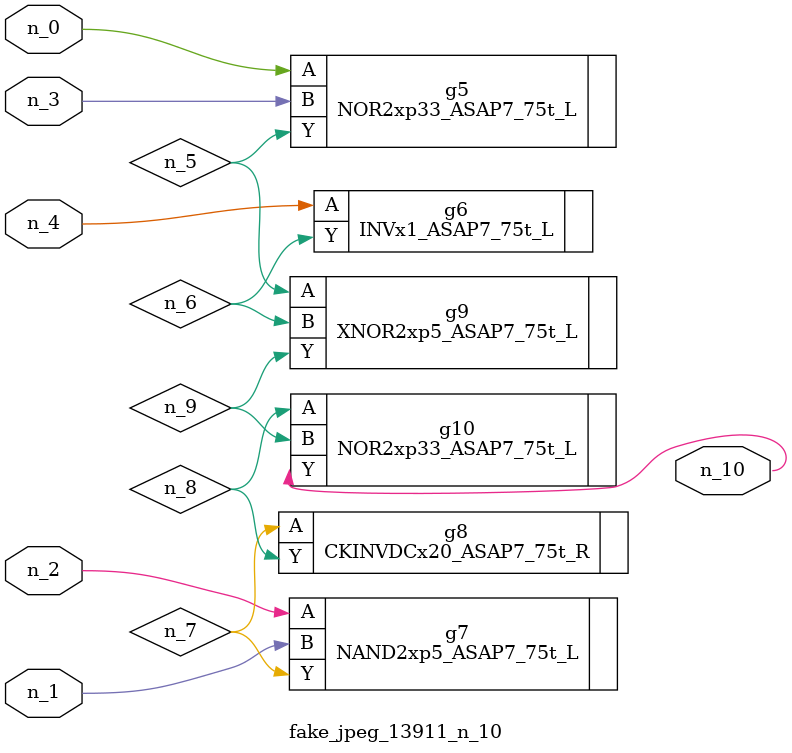
<source format=v>
module fake_jpeg_13911_n_10 (n_3, n_2, n_1, n_0, n_4, n_10);

input n_3;
input n_2;
input n_1;
input n_0;
input n_4;

output n_10;

wire n_8;
wire n_9;
wire n_6;
wire n_5;
wire n_7;

NOR2xp33_ASAP7_75t_L g5 ( 
.A(n_0),
.B(n_3),
.Y(n_5)
);

INVx1_ASAP7_75t_L g6 ( 
.A(n_4),
.Y(n_6)
);

NAND2xp5_ASAP7_75t_L g7 ( 
.A(n_2),
.B(n_1),
.Y(n_7)
);

CKINVDCx20_ASAP7_75t_R g8 ( 
.A(n_7),
.Y(n_8)
);

NOR2xp33_ASAP7_75t_L g10 ( 
.A(n_8),
.B(n_9),
.Y(n_10)
);

XNOR2xp5_ASAP7_75t_L g9 ( 
.A(n_5),
.B(n_6),
.Y(n_9)
);


endmodule
</source>
